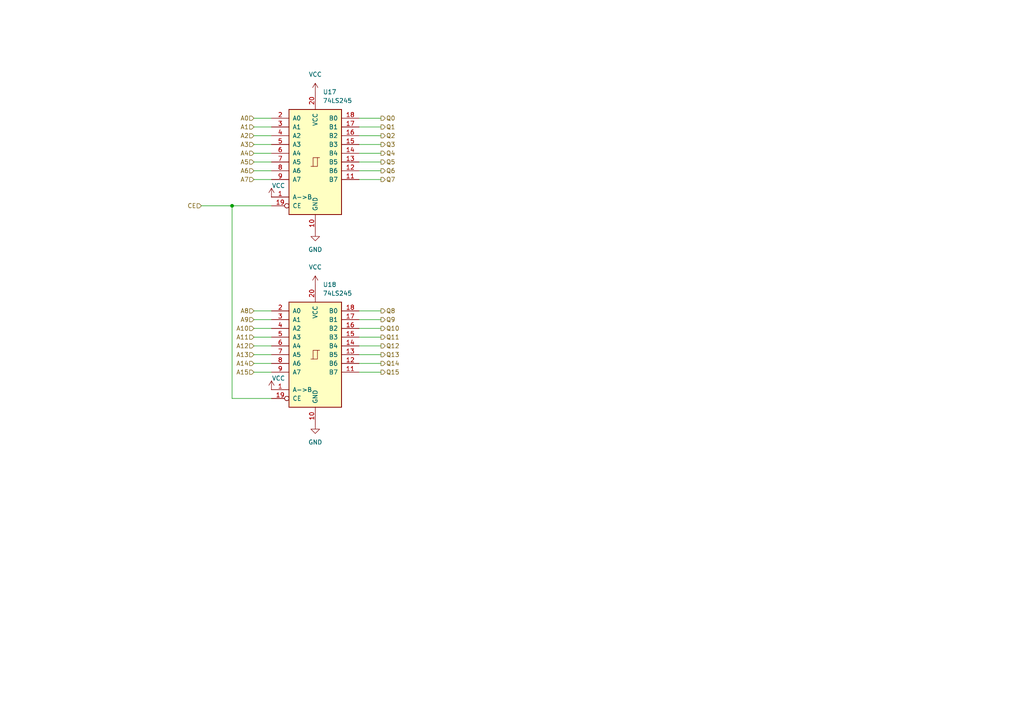
<source format=kicad_sch>
(kicad_sch (version 20231120) (generator "eeschema") (generator_version "8.0")
  (paper "A4")
  (lib_symbols
    (symbol "74xx:74LS245" (pin_names (offset 1.016))
      (property "Reference" "U" (at -7.62 16.51 0))
      (property "Value" "74LS245" (at -7.62 -16.51 0))
      (symbol "74LS245_1_0"
        (polyline (pts (xy -0.635 -1.27) (xy -0.635 1.27) (xy 0.635 1.27)))
        (polyline (pts (xy -1.27 -1.27) (xy 0.635 -1.27) (xy 0.635 1.27) (xy 1.27 1.27)))
        (pin input line (at -12.7 -10.16 0) (length 5.08) (name "A->B") (number "1"))
        (pin power_in line (at 0 -20.32 90) (length 5.08) (name "GND") (number "10"))
        (pin tri_state line (at 12.7 -5.08 180) (length 5.08) (name "B7") (number "11"))
        (pin tri_state line (at 12.7 -2.54 180) (length 5.08) (name "B6") (number "12"))
        (pin tri_state line (at 12.7 0 180) (length 5.08) (name "B5") (number "13"))
        (pin tri_state line (at 12.7 2.54 180) (length 5.08) (name "B4") (number "14"))
        (pin tri_state line (at 12.7 5.08 180) (length 5.08) (name "B3") (number "15"))
        (pin tri_state line (at 12.7 7.62 180) (length 5.08) (name "B2") (number "16"))
        (pin tri_state line (at 12.7 10.16 180) (length 5.08) (name "B1") (number "17"))
        (pin tri_state line (at 12.7 12.7 180) (length 5.08) (name "B0") (number "18"))
        (pin input inverted (at -12.7 -12.7 0) (length 5.08) (name "CE") (number "19"))
        (pin tri_state line (at -12.7 12.7 0) (length 5.08) (name "A0") (number "2"))
        (pin power_in line (at 0 20.32 270) (length 5.08) (name "VCC") (number "20"))
        (pin tri_state line (at -12.7 10.16 0) (length 5.08) (name "A1") (number "3"))
        (pin tri_state line (at -12.7 7.62 0) (length 5.08) (name "A2") (number "4"))
        (pin tri_state line (at -12.7 5.08 0) (length 5.08) (name "A3") (number "5"))
        (pin tri_state line (at -12.7 2.54 0) (length 5.08) (name "A4") (number "6"))
        (pin tri_state line (at -12.7 0 0) (length 5.08) (name "A5") (number "7"))
        (pin tri_state line (at -12.7 -2.54 0) (length 5.08) (name "A6") (number "8"))
        (pin tri_state line (at -12.7 -5.08 0) (length 5.08) (name "A7") (number "9"))
      )
      (symbol "74LS245_1_1"
        (rectangle (start -7.62 15.24) (end 7.62 -15.24) (stroke (width 0.254)) (fill (type background)))
      )
    )
    (symbol "power:GND" (power) (pin_numbers hide) (pin_names (offset 0) hide)
      (property "Value" "GND" (at 0 -3.81 0))
      (symbol "GND_0_1"
        (polyline (pts (xy 0 0) (xy 0 -1.27) (xy 1.27 -1.27) (xy 0 -2.54) (xy -1.27 -1.27) (xy 0 -1.27)))
      )
      (symbol "GND_1_1"
        (pin power_in line (at 0 0 270) (length 0) (name "~") (number "1"))
      )
    )
    (symbol "power:VCC" (power) (pin_numbers hide) (pin_names (offset 0) hide)
      (property "Value" "VCC" (at 0 3.556 0))
      (symbol "VCC_0_1"
        (polyline (pts (xy -0.762 1.27) (xy 0 2.54)))
        (polyline (pts (xy 0 0) (xy 0 2.54)))
        (polyline (pts (xy 0 2.54) (xy 0.762 1.27)))
      )
      (symbol "VCC_1_1"
        (pin power_in line (at 0 0 90) (length 0) (name "~") (number "1"))
      )
    )
  )
  (junction (at 67.31 59.69))
  (wire (pts (xy 58.42 59.69) (xy 67.31 59.69)))
  (wire (pts (xy 104.14 92.71) (xy 110.49 92.71)))
  (wire (pts (xy 73.66 97.79) (xy 78.74 97.79)))
  (wire (pts (xy 73.66 105.41) (xy 78.74 105.41)))
  (wire (pts (xy 67.31 59.69) (xy 78.74 59.69)))
  (wire (pts (xy 73.66 41.91) (xy 78.74 41.91)))
  (wire (pts (xy 104.14 36.83) (xy 110.49 36.83)))
  (wire (pts (xy 104.14 39.37) (xy 110.49 39.37)))
  (wire (pts (xy 104.14 44.45) (xy 110.49 44.45)))
  (wire (pts (xy 73.66 92.71) (xy 78.74 92.71)))
  (wire (pts (xy 104.14 105.41) (xy 110.49 105.41)))
  (wire (pts (xy 104.14 97.79) (xy 110.49 97.79)))
  (wire (pts (xy 73.66 34.29) (xy 78.74 34.29)))
  (wire (pts (xy 104.14 102.87) (xy 110.49 102.87)))
  (wire (pts (xy 73.66 36.83) (xy 78.74 36.83)))
  (wire (pts (xy 73.66 107.95) (xy 78.74 107.95)))
  (wire (pts (xy 73.66 90.17) (xy 78.74 90.17)))
  (wire (pts (xy 104.14 49.53) (xy 110.49 49.53)))
  (wire (pts (xy 67.31 115.57) (xy 67.31 59.69)))
  (wire (pts (xy 104.14 100.33) (xy 110.49 100.33)))
  (wire (pts (xy 73.66 46.99) (xy 78.74 46.99)))
  (wire (pts (xy 73.66 102.87) (xy 78.74 102.87)))
  (wire (pts (xy 104.14 95.25) (xy 110.49 95.25)))
  (wire (pts (xy 104.14 52.07) (xy 110.49 52.07)))
  (wire (pts (xy 104.14 107.95) (xy 110.49 107.95)))
  (wire (pts (xy 73.66 52.07) (xy 78.74 52.07)))
  (wire (pts (xy 73.66 95.25) (xy 78.74 95.25)))
  (wire (pts (xy 73.66 39.37) (xy 78.74 39.37)))
  (wire (pts (xy 73.66 49.53) (xy 78.74 49.53)))
  (wire (pts (xy 78.74 115.57) (xy 67.31 115.57)))
  (wire (pts (xy 104.14 41.91) (xy 110.49 41.91)))
  (wire (pts (xy 73.66 100.33) (xy 78.74 100.33)))
  (wire (pts (xy 104.14 46.99) (xy 110.49 46.99)))
  (wire (pts (xy 73.66 44.45) (xy 78.74 44.45)))
  (wire (pts (xy 104.14 34.29) (xy 110.49 34.29)))
  (wire (pts (xy 104.14 90.17) (xy 110.49 90.17)))
  (hierarchical_label "A1" (shape input) (at 73.66 36.83 180))
  (hierarchical_label "Q5" (shape output) (at 110.49 46.99 0))
  (hierarchical_label "A15" (shape input) (at 73.66 107.95 180))
  (hierarchical_label "A10" (shape input) (at 73.66 95.25 180))
  (hierarchical_label "Q15" (shape output) (at 110.49 107.95 0))
  (hierarchical_label "Q11" (shape output) (at 110.49 97.79 0))
  (hierarchical_label "Q4" (shape output) (at 110.49 44.45 0))
  (hierarchical_label "Q14" (shape output) (at 110.49 105.41 0))
  (hierarchical_label "A0" (shape input) (at 73.66 34.29 180))
  (hierarchical_label "Q1" (shape output) (at 110.49 36.83 0))
  (hierarchical_label "A5" (shape input) (at 73.66 46.99 180))
  (hierarchical_label "A7" (shape input) (at 73.66 52.07 180))
  (hierarchical_label "A8" (shape input) (at 73.66 90.17 180))
  (hierarchical_label "Q10" (shape output) (at 110.49 95.25 0))
  (hierarchical_label "Q2" (shape output) (at 110.49 39.37 0))
  (hierarchical_label "Q12" (shape output) (at 110.49 100.33 0))
  (hierarchical_label "Q9" (shape output) (at 110.49 92.71 0))
  (hierarchical_label "Q6" (shape output) (at 110.49 49.53 0))
  (hierarchical_label "A9" (shape input) (at 73.66 92.71 180))
  (hierarchical_label "Q3" (shape output) (at 110.49 41.91 0))
  (hierarchical_label "A11" (shape input) (at 73.66 97.79 180))
  (hierarchical_label "Q7" (shape output) (at 110.49 52.07 0))
  (hierarchical_label "A3" (shape input) (at 73.66 41.91 180))
  (hierarchical_label "CE" (shape input) (at 58.42 59.69 180))
  (hierarchical_label "A2" (shape input) (at 73.66 39.37 180))
  (hierarchical_label "Q13" (shape output) (at 110.49 102.87 0))
  (hierarchical_label "Q8" (shape output) (at 110.49 90.17 0))
  (hierarchical_label "A4" (shape input) (at 73.66 44.45 180))
  (hierarchical_label "A6" (shape input) (at 73.66 49.53 180))
  (hierarchical_label "Q0" (shape output) (at 110.49 34.29 0))
  (hierarchical_label "A13" (shape input) (at 73.66 102.87 180))
  (hierarchical_label "A12" (shape input) (at 73.66 100.33 180))
  (hierarchical_label "A14" (shape input) (at 73.66 105.41 180))
  (symbol (lib_id "power:GND") (at 91.44 123.19 0) (unit 1)
    (property "Reference" "#PWR048" (effects (hide yes)))
    (property "Value" "GND" (at 91.44 128.27 0))
    (property "Description" "Power symbol creates a global label with name \"GND\" , ground" (effects (hide yes)))
    (instances (project "pcb_proc_reg" (path "" (reference "#PWR048") (unit 1)) (path "" (reference "#PWR042") (unit 1))))
  )
  (symbol (lib_id "power:VCC") (at 78.74 113.03 0) (unit 1)
    (property "Reference" "#PWR047" (effects (hide yes)))
    (property "Value" "VCC" (at 80.772 109.728 0))
    (property "Description" "Power symbol creates a global label with name \"VCC\"" (effects (hide yes)))
    (instances (project "pcb_proc_reg" (path "" (reference "#PWR047") (unit 1)) (path "" (reference "#PWR041") (unit 1))))
  )
  (symbol (lib_id "power:VCC") (at 91.44 26.67 0) (unit 1)
    (property "Reference" "#PWR043" (effects (hide yes)))
    (property "Value" "VCC" (at 91.44 21.59 0))
    (property "Description" "Power symbol creates a global label with name \"VCC\"" (effects (hide yes)))
    (instances (project "pcb_proc_reg" (path "" (reference "#PWR043") (unit 1)) (path "" (reference "#PWR037") (unit 1))))
  )
  (symbol (lib_id "power:VCC") (at 91.44 82.55 0) (unit 1)
    (property "Reference" "#PWR046" (effects (hide yes)))
    (property "Value" "VCC" (at 91.44 77.47 0))
    (property "Description" "Power symbol creates a global label with name \"VCC\"" (effects (hide yes)))
    (instances (project "pcb_proc_reg" (path "" (reference "#PWR046") (unit 1)) (path "" (reference "#PWR040") (unit 1))))
  )
  (symbol (lib_id "74xx:74LS245") (at 91.44 102.87 0) (unit 1)
    (property "Reference" "U18" (at 93.6341 82.55 0) (effects (justify left)))
    (property "Value" "74LS245" (at 93.6341 85.09 0) (effects (justify left)))
    (property "Footprint" "Package_DIP:DIP-20_W7.62mm_LongPads" (effects (hide yes)))
    (property "Datasheet" "http://www.ti.com/lit/gpn/sn74LS245" (effects (hide yes)))
    (property "Description" "Octal BUS Transceivers, 3-State outputs" (effects (hide yes)))
    (instances (project "pcb_proc_reg" (path "" (reference "U18") (unit 1)) (path "" (reference "U16") (unit 1))))
  )
  (symbol (lib_id "74xx:74LS245") (at 91.44 46.99 0) (unit 1)
    (property "Reference" "U17" (at 93.6341 26.67 0) (effects (justify left)))
    (property "Value" "74LS245" (at 93.6341 29.21 0) (effects (justify left)))
    (property "Footprint" "Package_DIP:DIP-20_W7.62mm_LongPads" (effects (hide yes)))
    (property "Datasheet" "http://www.ti.com/lit/gpn/sn74LS245" (effects (hide yes)))
    (property "Description" "Octal BUS Transceivers, 3-State outputs" (effects (hide yes)))
    (instances (project "pcb_proc_reg" (path "" (reference "U17") (unit 1)) (path "" (reference "U15") (unit 1))))
  )
  (symbol (lib_id "power:GND") (at 91.44 67.31 0) (unit 1)
    (property "Reference" "#PWR045" (effects (hide yes)))
    (property "Value" "GND" (at 91.44 72.39 0))
    (property "Description" "Power symbol creates a global label with name \"GND\" , ground" (effects (hide yes)))
    (instances (project "pcb_proc_reg" (path "" (reference "#PWR045") (unit 1)) (path "" (reference "#PWR039") (unit 1))))
  )
  (symbol (lib_id "power:VCC") (at 78.74 57.15 0) (unit 1)
    (property "Reference" "#PWR044" (effects (hide yes)))
    (property "Value" "VCC" (at 80.772 53.848 0))
    (property "Description" "Power symbol creates a global label with name \"VCC\"" (effects (hide yes)))
    (instances (project "pcb_proc_reg" (path "" (reference "#PWR044") (unit 1)) (path "" (reference "#PWR038") (unit 1))))
  )
)
</source>
